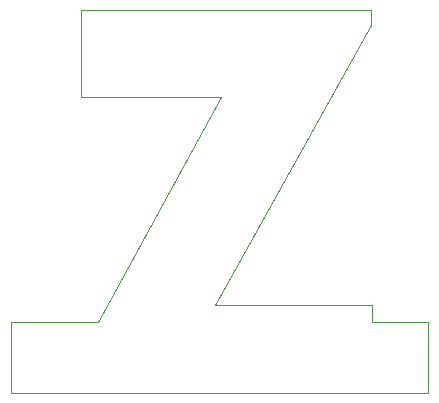
<source format=gm1>
G04 #@! TF.FileFunction,Profile,NP*
%FSLAX46Y46*%
G04 Gerber Fmt 4.6, Leading zero omitted, Abs format (unit mm)*
G04 Created by KiCad (PCBNEW 4.0.0-rc2-stable) date 3/3/2016 3:49:37 PM*
%MOMM*%
G01*
G04 APERTURE LIST*
%ADD10C,0.150000*%
%ADD11C,0.100000*%
G04 APERTURE END LIST*
D10*
D11*
X77230000Y-51160000D02*
X51330000Y-51160000D01*
X51330000Y-51160000D02*
X51330000Y-51150000D01*
X51330000Y-51150000D02*
X46630000Y-51150000D01*
X46630000Y-51150000D02*
X46630000Y-45150000D01*
X46630000Y-45150000D02*
X53950000Y-45150000D01*
X53950000Y-45150000D02*
X64440000Y-26140000D01*
X64440000Y-26140000D02*
X52540000Y-26140000D01*
X52540000Y-26140000D02*
X52540000Y-26140000D01*
X52540000Y-26140000D02*
X52540000Y-18720000D01*
X52540000Y-18720000D02*
X52540000Y-18720000D01*
X52540000Y-18720000D02*
X77090000Y-18720000D01*
X77090000Y-18720000D02*
X77090000Y-18720000D01*
X77090000Y-18720000D02*
X77090000Y-19980000D01*
X77090000Y-19980000D02*
X63940000Y-43740000D01*
X63940000Y-43740000D02*
X77230000Y-43740000D01*
X77230000Y-43740000D02*
X77230000Y-43740000D01*
X77230000Y-43740000D02*
X77230000Y-45150000D01*
X77230000Y-45150000D02*
X81930000Y-45150000D01*
X81930000Y-45150000D02*
X81930000Y-51150000D01*
X81930000Y-51150000D02*
X77230000Y-51150000D01*
X77230000Y-51150000D02*
X77230000Y-51160000D01*
X77230000Y-51160000D02*
X77230000Y-51160000D01*
X77230000Y-51160000D02*
X77230000Y-51160000D01*
M02*

</source>
